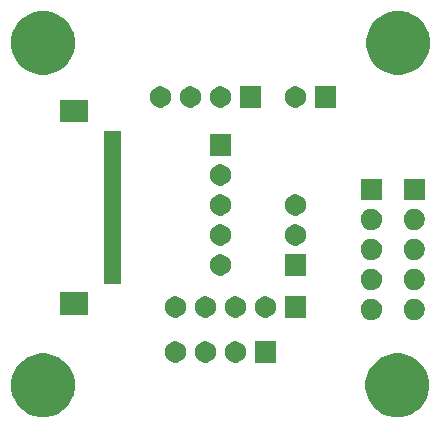
<source format=gbr>
G04 #@! TF.GenerationSoftware,KiCad,Pcbnew,5.1.5*
G04 #@! TF.CreationDate,2020-04-09T00:42:44+02:00*
G04 #@! TF.ProjectId,debug_control_board,64656275-675f-4636-9f6e-74726f6c5f62,rev?*
G04 #@! TF.SameCoordinates,Original*
G04 #@! TF.FileFunction,Soldermask,Top*
G04 #@! TF.FilePolarity,Negative*
%FSLAX46Y46*%
G04 Gerber Fmt 4.6, Leading zero omitted, Abs format (unit mm)*
G04 Created by KiCad (PCBNEW 5.1.5) date 2020-04-09 00:42:44*
%MOMM*%
%LPD*%
G04 APERTURE LIST*
%ADD10C,0.100000*%
G04 APERTURE END LIST*
D10*
G36*
X147087852Y-100302797D02*
G01*
X147579402Y-100506404D01*
X147579403Y-100506405D01*
X148021787Y-100801996D01*
X148398004Y-101178213D01*
X148595512Y-101473805D01*
X148693596Y-101620598D01*
X148897203Y-102112148D01*
X149001000Y-102633973D01*
X149001000Y-103166027D01*
X148897203Y-103687852D01*
X148693596Y-104179402D01*
X148693595Y-104179403D01*
X148398004Y-104621787D01*
X148021787Y-104998004D01*
X147726195Y-105195512D01*
X147579402Y-105293596D01*
X147087852Y-105497203D01*
X146566027Y-105601000D01*
X146033973Y-105601000D01*
X145512148Y-105497203D01*
X145020598Y-105293596D01*
X144873805Y-105195512D01*
X144578213Y-104998004D01*
X144201996Y-104621787D01*
X143906405Y-104179403D01*
X143906404Y-104179402D01*
X143702797Y-103687852D01*
X143599000Y-103166027D01*
X143599000Y-102633973D01*
X143702797Y-102112148D01*
X143906404Y-101620598D01*
X144004488Y-101473805D01*
X144201996Y-101178213D01*
X144578213Y-100801996D01*
X145020597Y-100506405D01*
X145020598Y-100506404D01*
X145512148Y-100302797D01*
X146033973Y-100199000D01*
X146566027Y-100199000D01*
X147087852Y-100302797D01*
G37*
G36*
X117087852Y-100302797D02*
G01*
X117579402Y-100506404D01*
X117579403Y-100506405D01*
X118021787Y-100801996D01*
X118398004Y-101178213D01*
X118595512Y-101473805D01*
X118693596Y-101620598D01*
X118897203Y-102112148D01*
X119001000Y-102633973D01*
X119001000Y-103166027D01*
X118897203Y-103687852D01*
X118693596Y-104179402D01*
X118693595Y-104179403D01*
X118398004Y-104621787D01*
X118021787Y-104998004D01*
X117726195Y-105195512D01*
X117579402Y-105293596D01*
X117087852Y-105497203D01*
X116566027Y-105601000D01*
X116033973Y-105601000D01*
X115512148Y-105497203D01*
X115020598Y-105293596D01*
X114873805Y-105195512D01*
X114578213Y-104998004D01*
X114201996Y-104621787D01*
X113906405Y-104179403D01*
X113906404Y-104179402D01*
X113702797Y-103687852D01*
X113599000Y-103166027D01*
X113599000Y-102633973D01*
X113702797Y-102112148D01*
X113906404Y-101620598D01*
X114004488Y-101473805D01*
X114201996Y-101178213D01*
X114578213Y-100801996D01*
X115020597Y-100506405D01*
X115020598Y-100506404D01*
X115512148Y-100302797D01*
X116033973Y-100199000D01*
X116566027Y-100199000D01*
X117087852Y-100302797D01*
G37*
G36*
X136029000Y-100977000D02*
G01*
X134227000Y-100977000D01*
X134227000Y-99175000D01*
X136029000Y-99175000D01*
X136029000Y-100977000D01*
G37*
G36*
X132701512Y-99179927D02*
G01*
X132850812Y-99209624D01*
X133014784Y-99277544D01*
X133162354Y-99376147D01*
X133287853Y-99501646D01*
X133386456Y-99649216D01*
X133454376Y-99813188D01*
X133489000Y-99987259D01*
X133489000Y-100164741D01*
X133454376Y-100338812D01*
X133386456Y-100502784D01*
X133287853Y-100650354D01*
X133162354Y-100775853D01*
X133014784Y-100874456D01*
X132850812Y-100942376D01*
X132701512Y-100972073D01*
X132676742Y-100977000D01*
X132499258Y-100977000D01*
X132474488Y-100972073D01*
X132325188Y-100942376D01*
X132161216Y-100874456D01*
X132013646Y-100775853D01*
X131888147Y-100650354D01*
X131789544Y-100502784D01*
X131721624Y-100338812D01*
X131687000Y-100164741D01*
X131687000Y-99987259D01*
X131721624Y-99813188D01*
X131789544Y-99649216D01*
X131888147Y-99501646D01*
X132013646Y-99376147D01*
X132161216Y-99277544D01*
X132325188Y-99209624D01*
X132474488Y-99179927D01*
X132499258Y-99175000D01*
X132676742Y-99175000D01*
X132701512Y-99179927D01*
G37*
G36*
X130161512Y-99179927D02*
G01*
X130310812Y-99209624D01*
X130474784Y-99277544D01*
X130622354Y-99376147D01*
X130747853Y-99501646D01*
X130846456Y-99649216D01*
X130914376Y-99813188D01*
X130949000Y-99987259D01*
X130949000Y-100164741D01*
X130914376Y-100338812D01*
X130846456Y-100502784D01*
X130747853Y-100650354D01*
X130622354Y-100775853D01*
X130474784Y-100874456D01*
X130310812Y-100942376D01*
X130161512Y-100972073D01*
X130136742Y-100977000D01*
X129959258Y-100977000D01*
X129934488Y-100972073D01*
X129785188Y-100942376D01*
X129621216Y-100874456D01*
X129473646Y-100775853D01*
X129348147Y-100650354D01*
X129249544Y-100502784D01*
X129181624Y-100338812D01*
X129147000Y-100164741D01*
X129147000Y-99987259D01*
X129181624Y-99813188D01*
X129249544Y-99649216D01*
X129348147Y-99501646D01*
X129473646Y-99376147D01*
X129621216Y-99277544D01*
X129785188Y-99209624D01*
X129934488Y-99179927D01*
X129959258Y-99175000D01*
X130136742Y-99175000D01*
X130161512Y-99179927D01*
G37*
G36*
X127621512Y-99179927D02*
G01*
X127770812Y-99209624D01*
X127934784Y-99277544D01*
X128082354Y-99376147D01*
X128207853Y-99501646D01*
X128306456Y-99649216D01*
X128374376Y-99813188D01*
X128409000Y-99987259D01*
X128409000Y-100164741D01*
X128374376Y-100338812D01*
X128306456Y-100502784D01*
X128207853Y-100650354D01*
X128082354Y-100775853D01*
X127934784Y-100874456D01*
X127770812Y-100942376D01*
X127621512Y-100972073D01*
X127596742Y-100977000D01*
X127419258Y-100977000D01*
X127394488Y-100972073D01*
X127245188Y-100942376D01*
X127081216Y-100874456D01*
X126933646Y-100775853D01*
X126808147Y-100650354D01*
X126709544Y-100502784D01*
X126641624Y-100338812D01*
X126607000Y-100164741D01*
X126607000Y-99987259D01*
X126641624Y-99813188D01*
X126709544Y-99649216D01*
X126808147Y-99501646D01*
X126933646Y-99376147D01*
X127081216Y-99277544D01*
X127245188Y-99209624D01*
X127394488Y-99179927D01*
X127419258Y-99175000D01*
X127596742Y-99175000D01*
X127621512Y-99179927D01*
G37*
G36*
X144206513Y-95568928D02*
G01*
X144355813Y-95598625D01*
X144519785Y-95666545D01*
X144667355Y-95765148D01*
X144792854Y-95890647D01*
X144891457Y-96038217D01*
X144959377Y-96202189D01*
X144994001Y-96376260D01*
X144994001Y-96553742D01*
X144959377Y-96727813D01*
X144891457Y-96891785D01*
X144792854Y-97039355D01*
X144667355Y-97164854D01*
X144519785Y-97263457D01*
X144355813Y-97331377D01*
X144206513Y-97361074D01*
X144181743Y-97366001D01*
X144004259Y-97366001D01*
X143979489Y-97361074D01*
X143830189Y-97331377D01*
X143666217Y-97263457D01*
X143518647Y-97164854D01*
X143393148Y-97039355D01*
X143294545Y-96891785D01*
X143226625Y-96727813D01*
X143192001Y-96553742D01*
X143192001Y-96376260D01*
X143226625Y-96202189D01*
X143294545Y-96038217D01*
X143393148Y-95890647D01*
X143518647Y-95765148D01*
X143666217Y-95666545D01*
X143830189Y-95598625D01*
X143979489Y-95568928D01*
X144004259Y-95564001D01*
X144181743Y-95564001D01*
X144206513Y-95568928D01*
G37*
G36*
X147840513Y-95568928D02*
G01*
X147989813Y-95598625D01*
X148153785Y-95666545D01*
X148301355Y-95765148D01*
X148426854Y-95890647D01*
X148525457Y-96038217D01*
X148593377Y-96202189D01*
X148628001Y-96376260D01*
X148628001Y-96553742D01*
X148593377Y-96727813D01*
X148525457Y-96891785D01*
X148426854Y-97039355D01*
X148301355Y-97164854D01*
X148153785Y-97263457D01*
X147989813Y-97331377D01*
X147840513Y-97361074D01*
X147815743Y-97366001D01*
X147638259Y-97366001D01*
X147613489Y-97361074D01*
X147464189Y-97331377D01*
X147300217Y-97263457D01*
X147152647Y-97164854D01*
X147027148Y-97039355D01*
X146928545Y-96891785D01*
X146860625Y-96727813D01*
X146826001Y-96553742D01*
X146826001Y-96376260D01*
X146860625Y-96202189D01*
X146928545Y-96038217D01*
X147027148Y-95890647D01*
X147152647Y-95765148D01*
X147300217Y-95666545D01*
X147464189Y-95598625D01*
X147613489Y-95568928D01*
X147638259Y-95564001D01*
X147815743Y-95564001D01*
X147840513Y-95568928D01*
G37*
G36*
X127621512Y-95369927D02*
G01*
X127770812Y-95399624D01*
X127934784Y-95467544D01*
X128082354Y-95566147D01*
X128207853Y-95691646D01*
X128306456Y-95839216D01*
X128374376Y-96003188D01*
X128409000Y-96177259D01*
X128409000Y-96354741D01*
X128374376Y-96528812D01*
X128306456Y-96692784D01*
X128207853Y-96840354D01*
X128082354Y-96965853D01*
X127934784Y-97064456D01*
X127770812Y-97132376D01*
X127621512Y-97162073D01*
X127596742Y-97167000D01*
X127419258Y-97167000D01*
X127394488Y-97162073D01*
X127245188Y-97132376D01*
X127081216Y-97064456D01*
X126933646Y-96965853D01*
X126808147Y-96840354D01*
X126709544Y-96692784D01*
X126641624Y-96528812D01*
X126607000Y-96354741D01*
X126607000Y-96177259D01*
X126641624Y-96003188D01*
X126709544Y-95839216D01*
X126808147Y-95691646D01*
X126933646Y-95566147D01*
X127081216Y-95467544D01*
X127245188Y-95399624D01*
X127394488Y-95369927D01*
X127419258Y-95365000D01*
X127596742Y-95365000D01*
X127621512Y-95369927D01*
G37*
G36*
X135241512Y-95369927D02*
G01*
X135390812Y-95399624D01*
X135554784Y-95467544D01*
X135702354Y-95566147D01*
X135827853Y-95691646D01*
X135926456Y-95839216D01*
X135994376Y-96003188D01*
X136029000Y-96177259D01*
X136029000Y-96354741D01*
X135994376Y-96528812D01*
X135926456Y-96692784D01*
X135827853Y-96840354D01*
X135702354Y-96965853D01*
X135554784Y-97064456D01*
X135390812Y-97132376D01*
X135241512Y-97162073D01*
X135216742Y-97167000D01*
X135039258Y-97167000D01*
X135014488Y-97162073D01*
X134865188Y-97132376D01*
X134701216Y-97064456D01*
X134553646Y-96965853D01*
X134428147Y-96840354D01*
X134329544Y-96692784D01*
X134261624Y-96528812D01*
X134227000Y-96354741D01*
X134227000Y-96177259D01*
X134261624Y-96003188D01*
X134329544Y-95839216D01*
X134428147Y-95691646D01*
X134553646Y-95566147D01*
X134701216Y-95467544D01*
X134865188Y-95399624D01*
X135014488Y-95369927D01*
X135039258Y-95365000D01*
X135216742Y-95365000D01*
X135241512Y-95369927D01*
G37*
G36*
X130161512Y-95369927D02*
G01*
X130310812Y-95399624D01*
X130474784Y-95467544D01*
X130622354Y-95566147D01*
X130747853Y-95691646D01*
X130846456Y-95839216D01*
X130914376Y-96003188D01*
X130949000Y-96177259D01*
X130949000Y-96354741D01*
X130914376Y-96528812D01*
X130846456Y-96692784D01*
X130747853Y-96840354D01*
X130622354Y-96965853D01*
X130474784Y-97064456D01*
X130310812Y-97132376D01*
X130161512Y-97162073D01*
X130136742Y-97167000D01*
X129959258Y-97167000D01*
X129934488Y-97162073D01*
X129785188Y-97132376D01*
X129621216Y-97064456D01*
X129473646Y-96965853D01*
X129348147Y-96840354D01*
X129249544Y-96692784D01*
X129181624Y-96528812D01*
X129147000Y-96354741D01*
X129147000Y-96177259D01*
X129181624Y-96003188D01*
X129249544Y-95839216D01*
X129348147Y-95691646D01*
X129473646Y-95566147D01*
X129621216Y-95467544D01*
X129785188Y-95399624D01*
X129934488Y-95369927D01*
X129959258Y-95365000D01*
X130136742Y-95365000D01*
X130161512Y-95369927D01*
G37*
G36*
X132701512Y-95369927D02*
G01*
X132850812Y-95399624D01*
X133014784Y-95467544D01*
X133162354Y-95566147D01*
X133287853Y-95691646D01*
X133386456Y-95839216D01*
X133454376Y-96003188D01*
X133489000Y-96177259D01*
X133489000Y-96354741D01*
X133454376Y-96528812D01*
X133386456Y-96692784D01*
X133287853Y-96840354D01*
X133162354Y-96965853D01*
X133014784Y-97064456D01*
X132850812Y-97132376D01*
X132701512Y-97162073D01*
X132676742Y-97167000D01*
X132499258Y-97167000D01*
X132474488Y-97162073D01*
X132325188Y-97132376D01*
X132161216Y-97064456D01*
X132013646Y-96965853D01*
X131888147Y-96840354D01*
X131789544Y-96692784D01*
X131721624Y-96528812D01*
X131687000Y-96354741D01*
X131687000Y-96177259D01*
X131721624Y-96003188D01*
X131789544Y-95839216D01*
X131888147Y-95691646D01*
X132013646Y-95566147D01*
X132161216Y-95467544D01*
X132325188Y-95399624D01*
X132474488Y-95369927D01*
X132499258Y-95365000D01*
X132676742Y-95365000D01*
X132701512Y-95369927D01*
G37*
G36*
X138569000Y-97167000D02*
G01*
X136767000Y-97167000D01*
X136767000Y-95365000D01*
X138569000Y-95365000D01*
X138569000Y-97167000D01*
G37*
G36*
X120081000Y-96941000D02*
G01*
X117779000Y-96941000D01*
X117779000Y-95039000D01*
X120081000Y-95039000D01*
X120081000Y-96941000D01*
G37*
G36*
X147840513Y-93028928D02*
G01*
X147989813Y-93058625D01*
X148153785Y-93126545D01*
X148301355Y-93225148D01*
X148426854Y-93350647D01*
X148525457Y-93498217D01*
X148593377Y-93662189D01*
X148628001Y-93836260D01*
X148628001Y-94013742D01*
X148593377Y-94187813D01*
X148525457Y-94351785D01*
X148426854Y-94499355D01*
X148301355Y-94624854D01*
X148153785Y-94723457D01*
X147989813Y-94791377D01*
X147840513Y-94821074D01*
X147815743Y-94826001D01*
X147638259Y-94826001D01*
X147613489Y-94821074D01*
X147464189Y-94791377D01*
X147300217Y-94723457D01*
X147152647Y-94624854D01*
X147027148Y-94499355D01*
X146928545Y-94351785D01*
X146860625Y-94187813D01*
X146826001Y-94013742D01*
X146826001Y-93836260D01*
X146860625Y-93662189D01*
X146928545Y-93498217D01*
X147027148Y-93350647D01*
X147152647Y-93225148D01*
X147300217Y-93126545D01*
X147464189Y-93058625D01*
X147613489Y-93028928D01*
X147638259Y-93024001D01*
X147815743Y-93024001D01*
X147840513Y-93028928D01*
G37*
G36*
X144206513Y-93028928D02*
G01*
X144355813Y-93058625D01*
X144519785Y-93126545D01*
X144667355Y-93225148D01*
X144792854Y-93350647D01*
X144891457Y-93498217D01*
X144959377Y-93662189D01*
X144994001Y-93836260D01*
X144994001Y-94013742D01*
X144959377Y-94187813D01*
X144891457Y-94351785D01*
X144792854Y-94499355D01*
X144667355Y-94624854D01*
X144519785Y-94723457D01*
X144355813Y-94791377D01*
X144206513Y-94821074D01*
X144181743Y-94826001D01*
X144004259Y-94826001D01*
X143979489Y-94821074D01*
X143830189Y-94791377D01*
X143666217Y-94723457D01*
X143518647Y-94624854D01*
X143393148Y-94499355D01*
X143294545Y-94351785D01*
X143226625Y-94187813D01*
X143192001Y-94013742D01*
X143192001Y-93836260D01*
X143226625Y-93662189D01*
X143294545Y-93498217D01*
X143393148Y-93350647D01*
X143518647Y-93225148D01*
X143666217Y-93126545D01*
X143830189Y-93058625D01*
X143979489Y-93028928D01*
X144004259Y-93024001D01*
X144181743Y-93024001D01*
X144206513Y-93028928D01*
G37*
G36*
X122881000Y-94291000D02*
G01*
X121479000Y-94291000D01*
X121479000Y-81389000D01*
X122881000Y-81389000D01*
X122881000Y-94291000D01*
G37*
G36*
X131431512Y-91813927D02*
G01*
X131580812Y-91843624D01*
X131744784Y-91911544D01*
X131892354Y-92010147D01*
X132017853Y-92135646D01*
X132116456Y-92283216D01*
X132184376Y-92447188D01*
X132219000Y-92621259D01*
X132219000Y-92798741D01*
X132184376Y-92972812D01*
X132116456Y-93136784D01*
X132017853Y-93284354D01*
X131892354Y-93409853D01*
X131744784Y-93508456D01*
X131580812Y-93576376D01*
X131431512Y-93606073D01*
X131406742Y-93611000D01*
X131229258Y-93611000D01*
X131204488Y-93606073D01*
X131055188Y-93576376D01*
X130891216Y-93508456D01*
X130743646Y-93409853D01*
X130618147Y-93284354D01*
X130519544Y-93136784D01*
X130451624Y-92972812D01*
X130417000Y-92798741D01*
X130417000Y-92621259D01*
X130451624Y-92447188D01*
X130519544Y-92283216D01*
X130618147Y-92135646D01*
X130743646Y-92010147D01*
X130891216Y-91911544D01*
X131055188Y-91843624D01*
X131204488Y-91813927D01*
X131229258Y-91809000D01*
X131406742Y-91809000D01*
X131431512Y-91813927D01*
G37*
G36*
X138569000Y-93611000D02*
G01*
X136767000Y-93611000D01*
X136767000Y-91809000D01*
X138569000Y-91809000D01*
X138569000Y-93611000D01*
G37*
G36*
X147840513Y-90488928D02*
G01*
X147989813Y-90518625D01*
X148153785Y-90586545D01*
X148301355Y-90685148D01*
X148426854Y-90810647D01*
X148525457Y-90958217D01*
X148593377Y-91122189D01*
X148628001Y-91296260D01*
X148628001Y-91473742D01*
X148593377Y-91647813D01*
X148525457Y-91811785D01*
X148426854Y-91959355D01*
X148301355Y-92084854D01*
X148153785Y-92183457D01*
X147989813Y-92251377D01*
X147840513Y-92281074D01*
X147815743Y-92286001D01*
X147638259Y-92286001D01*
X147613489Y-92281074D01*
X147464189Y-92251377D01*
X147300217Y-92183457D01*
X147152647Y-92084854D01*
X147027148Y-91959355D01*
X146928545Y-91811785D01*
X146860625Y-91647813D01*
X146826001Y-91473742D01*
X146826001Y-91296260D01*
X146860625Y-91122189D01*
X146928545Y-90958217D01*
X147027148Y-90810647D01*
X147152647Y-90685148D01*
X147300217Y-90586545D01*
X147464189Y-90518625D01*
X147613489Y-90488928D01*
X147638259Y-90484001D01*
X147815743Y-90484001D01*
X147840513Y-90488928D01*
G37*
G36*
X144206513Y-90488928D02*
G01*
X144355813Y-90518625D01*
X144519785Y-90586545D01*
X144667355Y-90685148D01*
X144792854Y-90810647D01*
X144891457Y-90958217D01*
X144959377Y-91122189D01*
X144994001Y-91296260D01*
X144994001Y-91473742D01*
X144959377Y-91647813D01*
X144891457Y-91811785D01*
X144792854Y-91959355D01*
X144667355Y-92084854D01*
X144519785Y-92183457D01*
X144355813Y-92251377D01*
X144206513Y-92281074D01*
X144181743Y-92286001D01*
X144004259Y-92286001D01*
X143979489Y-92281074D01*
X143830189Y-92251377D01*
X143666217Y-92183457D01*
X143518647Y-92084854D01*
X143393148Y-91959355D01*
X143294545Y-91811785D01*
X143226625Y-91647813D01*
X143192001Y-91473742D01*
X143192001Y-91296260D01*
X143226625Y-91122189D01*
X143294545Y-90958217D01*
X143393148Y-90810647D01*
X143518647Y-90685148D01*
X143666217Y-90586545D01*
X143830189Y-90518625D01*
X143979489Y-90488928D01*
X144004259Y-90484001D01*
X144181743Y-90484001D01*
X144206513Y-90488928D01*
G37*
G36*
X131431512Y-89273927D02*
G01*
X131580812Y-89303624D01*
X131744784Y-89371544D01*
X131892354Y-89470147D01*
X132017853Y-89595646D01*
X132116456Y-89743216D01*
X132184376Y-89907188D01*
X132219000Y-90081259D01*
X132219000Y-90258741D01*
X132184376Y-90432812D01*
X132116456Y-90596784D01*
X132017853Y-90744354D01*
X131892354Y-90869853D01*
X131744784Y-90968456D01*
X131580812Y-91036376D01*
X131431512Y-91066073D01*
X131406742Y-91071000D01*
X131229258Y-91071000D01*
X131204488Y-91066073D01*
X131055188Y-91036376D01*
X130891216Y-90968456D01*
X130743646Y-90869853D01*
X130618147Y-90744354D01*
X130519544Y-90596784D01*
X130451624Y-90432812D01*
X130417000Y-90258741D01*
X130417000Y-90081259D01*
X130451624Y-89907188D01*
X130519544Y-89743216D01*
X130618147Y-89595646D01*
X130743646Y-89470147D01*
X130891216Y-89371544D01*
X131055188Y-89303624D01*
X131204488Y-89273927D01*
X131229258Y-89269000D01*
X131406742Y-89269000D01*
X131431512Y-89273927D01*
G37*
G36*
X137781512Y-89273927D02*
G01*
X137930812Y-89303624D01*
X138094784Y-89371544D01*
X138242354Y-89470147D01*
X138367853Y-89595646D01*
X138466456Y-89743216D01*
X138534376Y-89907188D01*
X138569000Y-90081259D01*
X138569000Y-90258741D01*
X138534376Y-90432812D01*
X138466456Y-90596784D01*
X138367853Y-90744354D01*
X138242354Y-90869853D01*
X138094784Y-90968456D01*
X137930812Y-91036376D01*
X137781512Y-91066073D01*
X137756742Y-91071000D01*
X137579258Y-91071000D01*
X137554488Y-91066073D01*
X137405188Y-91036376D01*
X137241216Y-90968456D01*
X137093646Y-90869853D01*
X136968147Y-90744354D01*
X136869544Y-90596784D01*
X136801624Y-90432812D01*
X136767000Y-90258741D01*
X136767000Y-90081259D01*
X136801624Y-89907188D01*
X136869544Y-89743216D01*
X136968147Y-89595646D01*
X137093646Y-89470147D01*
X137241216Y-89371544D01*
X137405188Y-89303624D01*
X137554488Y-89273927D01*
X137579258Y-89269000D01*
X137756742Y-89269000D01*
X137781512Y-89273927D01*
G37*
G36*
X147840513Y-87948928D02*
G01*
X147989813Y-87978625D01*
X148153785Y-88046545D01*
X148301355Y-88145148D01*
X148426854Y-88270647D01*
X148525457Y-88418217D01*
X148593377Y-88582189D01*
X148628001Y-88756260D01*
X148628001Y-88933742D01*
X148593377Y-89107813D01*
X148525457Y-89271785D01*
X148426854Y-89419355D01*
X148301355Y-89544854D01*
X148153785Y-89643457D01*
X147989813Y-89711377D01*
X147840513Y-89741074D01*
X147815743Y-89746001D01*
X147638259Y-89746001D01*
X147613489Y-89741074D01*
X147464189Y-89711377D01*
X147300217Y-89643457D01*
X147152647Y-89544854D01*
X147027148Y-89419355D01*
X146928545Y-89271785D01*
X146860625Y-89107813D01*
X146826001Y-88933742D01*
X146826001Y-88756260D01*
X146860625Y-88582189D01*
X146928545Y-88418217D01*
X147027148Y-88270647D01*
X147152647Y-88145148D01*
X147300217Y-88046545D01*
X147464189Y-87978625D01*
X147613489Y-87948928D01*
X147638259Y-87944001D01*
X147815743Y-87944001D01*
X147840513Y-87948928D01*
G37*
G36*
X144206513Y-87948928D02*
G01*
X144355813Y-87978625D01*
X144519785Y-88046545D01*
X144667355Y-88145148D01*
X144792854Y-88270647D01*
X144891457Y-88418217D01*
X144959377Y-88582189D01*
X144994001Y-88756260D01*
X144994001Y-88933742D01*
X144959377Y-89107813D01*
X144891457Y-89271785D01*
X144792854Y-89419355D01*
X144667355Y-89544854D01*
X144519785Y-89643457D01*
X144355813Y-89711377D01*
X144206513Y-89741074D01*
X144181743Y-89746001D01*
X144004259Y-89746001D01*
X143979489Y-89741074D01*
X143830189Y-89711377D01*
X143666217Y-89643457D01*
X143518647Y-89544854D01*
X143393148Y-89419355D01*
X143294545Y-89271785D01*
X143226625Y-89107813D01*
X143192001Y-88933742D01*
X143192001Y-88756260D01*
X143226625Y-88582189D01*
X143294545Y-88418217D01*
X143393148Y-88270647D01*
X143518647Y-88145148D01*
X143666217Y-88046545D01*
X143830189Y-87978625D01*
X143979489Y-87948928D01*
X144004259Y-87944001D01*
X144181743Y-87944001D01*
X144206513Y-87948928D01*
G37*
G36*
X131431512Y-86733927D02*
G01*
X131580812Y-86763624D01*
X131744784Y-86831544D01*
X131892354Y-86930147D01*
X132017853Y-87055646D01*
X132116456Y-87203216D01*
X132184376Y-87367188D01*
X132219000Y-87541259D01*
X132219000Y-87718741D01*
X132184376Y-87892812D01*
X132116456Y-88056784D01*
X132017853Y-88204354D01*
X131892354Y-88329853D01*
X131744784Y-88428456D01*
X131580812Y-88496376D01*
X131431512Y-88526073D01*
X131406742Y-88531000D01*
X131229258Y-88531000D01*
X131204488Y-88526073D01*
X131055188Y-88496376D01*
X130891216Y-88428456D01*
X130743646Y-88329853D01*
X130618147Y-88204354D01*
X130519544Y-88056784D01*
X130451624Y-87892812D01*
X130417000Y-87718741D01*
X130417000Y-87541259D01*
X130451624Y-87367188D01*
X130519544Y-87203216D01*
X130618147Y-87055646D01*
X130743646Y-86930147D01*
X130891216Y-86831544D01*
X131055188Y-86763624D01*
X131204488Y-86733927D01*
X131229258Y-86729000D01*
X131406742Y-86729000D01*
X131431512Y-86733927D01*
G37*
G36*
X137781512Y-86733927D02*
G01*
X137930812Y-86763624D01*
X138094784Y-86831544D01*
X138242354Y-86930147D01*
X138367853Y-87055646D01*
X138466456Y-87203216D01*
X138534376Y-87367188D01*
X138569000Y-87541259D01*
X138569000Y-87718741D01*
X138534376Y-87892812D01*
X138466456Y-88056784D01*
X138367853Y-88204354D01*
X138242354Y-88329853D01*
X138094784Y-88428456D01*
X137930812Y-88496376D01*
X137781512Y-88526073D01*
X137756742Y-88531000D01*
X137579258Y-88531000D01*
X137554488Y-88526073D01*
X137405188Y-88496376D01*
X137241216Y-88428456D01*
X137093646Y-88329853D01*
X136968147Y-88204354D01*
X136869544Y-88056784D01*
X136801624Y-87892812D01*
X136767000Y-87718741D01*
X136767000Y-87541259D01*
X136801624Y-87367188D01*
X136869544Y-87203216D01*
X136968147Y-87055646D01*
X137093646Y-86930147D01*
X137241216Y-86831544D01*
X137405188Y-86763624D01*
X137554488Y-86733927D01*
X137579258Y-86729000D01*
X137756742Y-86729000D01*
X137781512Y-86733927D01*
G37*
G36*
X148628001Y-87206001D02*
G01*
X146826001Y-87206001D01*
X146826001Y-85404001D01*
X148628001Y-85404001D01*
X148628001Y-87206001D01*
G37*
G36*
X144994001Y-87206001D02*
G01*
X143192001Y-87206001D01*
X143192001Y-85404001D01*
X144994001Y-85404001D01*
X144994001Y-87206001D01*
G37*
G36*
X131431512Y-84193927D02*
G01*
X131580812Y-84223624D01*
X131744784Y-84291544D01*
X131892354Y-84390147D01*
X132017853Y-84515646D01*
X132116456Y-84663216D01*
X132184376Y-84827188D01*
X132219000Y-85001259D01*
X132219000Y-85178741D01*
X132184376Y-85352812D01*
X132116456Y-85516784D01*
X132017853Y-85664354D01*
X131892354Y-85789853D01*
X131744784Y-85888456D01*
X131580812Y-85956376D01*
X131431512Y-85986073D01*
X131406742Y-85991000D01*
X131229258Y-85991000D01*
X131204488Y-85986073D01*
X131055188Y-85956376D01*
X130891216Y-85888456D01*
X130743646Y-85789853D01*
X130618147Y-85664354D01*
X130519544Y-85516784D01*
X130451624Y-85352812D01*
X130417000Y-85178741D01*
X130417000Y-85001259D01*
X130451624Y-84827188D01*
X130519544Y-84663216D01*
X130618147Y-84515646D01*
X130743646Y-84390147D01*
X130891216Y-84291544D01*
X131055188Y-84223624D01*
X131204488Y-84193927D01*
X131229258Y-84189000D01*
X131406742Y-84189000D01*
X131431512Y-84193927D01*
G37*
G36*
X132219000Y-83451000D02*
G01*
X130417000Y-83451000D01*
X130417000Y-81649000D01*
X132219000Y-81649000D01*
X132219000Y-83451000D01*
G37*
G36*
X120081000Y-80641000D02*
G01*
X117779000Y-80641000D01*
X117779000Y-78739000D01*
X120081000Y-78739000D01*
X120081000Y-80641000D01*
G37*
G36*
X131431512Y-77589927D02*
G01*
X131580812Y-77619624D01*
X131744784Y-77687544D01*
X131892354Y-77786147D01*
X132017853Y-77911646D01*
X132116456Y-78059216D01*
X132184376Y-78223188D01*
X132219000Y-78397259D01*
X132219000Y-78574741D01*
X132184376Y-78748812D01*
X132116456Y-78912784D01*
X132017853Y-79060354D01*
X131892354Y-79185853D01*
X131744784Y-79284456D01*
X131580812Y-79352376D01*
X131431512Y-79382073D01*
X131406742Y-79387000D01*
X131229258Y-79387000D01*
X131204488Y-79382073D01*
X131055188Y-79352376D01*
X130891216Y-79284456D01*
X130743646Y-79185853D01*
X130618147Y-79060354D01*
X130519544Y-78912784D01*
X130451624Y-78748812D01*
X130417000Y-78574741D01*
X130417000Y-78397259D01*
X130451624Y-78223188D01*
X130519544Y-78059216D01*
X130618147Y-77911646D01*
X130743646Y-77786147D01*
X130891216Y-77687544D01*
X131055188Y-77619624D01*
X131204488Y-77589927D01*
X131229258Y-77585000D01*
X131406742Y-77585000D01*
X131431512Y-77589927D01*
G37*
G36*
X126351512Y-77589927D02*
G01*
X126500812Y-77619624D01*
X126664784Y-77687544D01*
X126812354Y-77786147D01*
X126937853Y-77911646D01*
X127036456Y-78059216D01*
X127104376Y-78223188D01*
X127139000Y-78397259D01*
X127139000Y-78574741D01*
X127104376Y-78748812D01*
X127036456Y-78912784D01*
X126937853Y-79060354D01*
X126812354Y-79185853D01*
X126664784Y-79284456D01*
X126500812Y-79352376D01*
X126351512Y-79382073D01*
X126326742Y-79387000D01*
X126149258Y-79387000D01*
X126124488Y-79382073D01*
X125975188Y-79352376D01*
X125811216Y-79284456D01*
X125663646Y-79185853D01*
X125538147Y-79060354D01*
X125439544Y-78912784D01*
X125371624Y-78748812D01*
X125337000Y-78574741D01*
X125337000Y-78397259D01*
X125371624Y-78223188D01*
X125439544Y-78059216D01*
X125538147Y-77911646D01*
X125663646Y-77786147D01*
X125811216Y-77687544D01*
X125975188Y-77619624D01*
X126124488Y-77589927D01*
X126149258Y-77585000D01*
X126326742Y-77585000D01*
X126351512Y-77589927D01*
G37*
G36*
X128891512Y-77589927D02*
G01*
X129040812Y-77619624D01*
X129204784Y-77687544D01*
X129352354Y-77786147D01*
X129477853Y-77911646D01*
X129576456Y-78059216D01*
X129644376Y-78223188D01*
X129679000Y-78397259D01*
X129679000Y-78574741D01*
X129644376Y-78748812D01*
X129576456Y-78912784D01*
X129477853Y-79060354D01*
X129352354Y-79185853D01*
X129204784Y-79284456D01*
X129040812Y-79352376D01*
X128891512Y-79382073D01*
X128866742Y-79387000D01*
X128689258Y-79387000D01*
X128664488Y-79382073D01*
X128515188Y-79352376D01*
X128351216Y-79284456D01*
X128203646Y-79185853D01*
X128078147Y-79060354D01*
X127979544Y-78912784D01*
X127911624Y-78748812D01*
X127877000Y-78574741D01*
X127877000Y-78397259D01*
X127911624Y-78223188D01*
X127979544Y-78059216D01*
X128078147Y-77911646D01*
X128203646Y-77786147D01*
X128351216Y-77687544D01*
X128515188Y-77619624D01*
X128664488Y-77589927D01*
X128689258Y-77585000D01*
X128866742Y-77585000D01*
X128891512Y-77589927D01*
G37*
G36*
X134759000Y-79387000D02*
G01*
X132957000Y-79387000D01*
X132957000Y-77585000D01*
X134759000Y-77585000D01*
X134759000Y-79387000D01*
G37*
G36*
X137781512Y-77589927D02*
G01*
X137930812Y-77619624D01*
X138094784Y-77687544D01*
X138242354Y-77786147D01*
X138367853Y-77911646D01*
X138466456Y-78059216D01*
X138534376Y-78223188D01*
X138569000Y-78397259D01*
X138569000Y-78574741D01*
X138534376Y-78748812D01*
X138466456Y-78912784D01*
X138367853Y-79060354D01*
X138242354Y-79185853D01*
X138094784Y-79284456D01*
X137930812Y-79352376D01*
X137781512Y-79382073D01*
X137756742Y-79387000D01*
X137579258Y-79387000D01*
X137554488Y-79382073D01*
X137405188Y-79352376D01*
X137241216Y-79284456D01*
X137093646Y-79185853D01*
X136968147Y-79060354D01*
X136869544Y-78912784D01*
X136801624Y-78748812D01*
X136767000Y-78574741D01*
X136767000Y-78397259D01*
X136801624Y-78223188D01*
X136869544Y-78059216D01*
X136968147Y-77911646D01*
X137093646Y-77786147D01*
X137241216Y-77687544D01*
X137405188Y-77619624D01*
X137554488Y-77589927D01*
X137579258Y-77585000D01*
X137756742Y-77585000D01*
X137781512Y-77589927D01*
G37*
G36*
X141109000Y-79387000D02*
G01*
X139307000Y-79387000D01*
X139307000Y-77585000D01*
X141109000Y-77585000D01*
X141109000Y-79387000D01*
G37*
G36*
X147162852Y-71302797D02*
G01*
X147654402Y-71506404D01*
X147654403Y-71506405D01*
X148096787Y-71801996D01*
X148473004Y-72178213D01*
X148670512Y-72473805D01*
X148768596Y-72620598D01*
X148972203Y-73112148D01*
X149076000Y-73633973D01*
X149076000Y-74166027D01*
X148972203Y-74687852D01*
X148768596Y-75179402D01*
X148768595Y-75179403D01*
X148473004Y-75621787D01*
X148096787Y-75998004D01*
X147801195Y-76195512D01*
X147654402Y-76293596D01*
X147162852Y-76497203D01*
X146641027Y-76601000D01*
X146108973Y-76601000D01*
X145587148Y-76497203D01*
X145095598Y-76293596D01*
X144948805Y-76195512D01*
X144653213Y-75998004D01*
X144276996Y-75621787D01*
X143981405Y-75179403D01*
X143981404Y-75179402D01*
X143777797Y-74687852D01*
X143674000Y-74166027D01*
X143674000Y-73633973D01*
X143777797Y-73112148D01*
X143981404Y-72620598D01*
X144079488Y-72473805D01*
X144276996Y-72178213D01*
X144653213Y-71801996D01*
X145095597Y-71506405D01*
X145095598Y-71506404D01*
X145587148Y-71302797D01*
X146108973Y-71199000D01*
X146641027Y-71199000D01*
X147162852Y-71302797D01*
G37*
G36*
X117087852Y-71302797D02*
G01*
X117579402Y-71506404D01*
X117579403Y-71506405D01*
X118021787Y-71801996D01*
X118398004Y-72178213D01*
X118595512Y-72473805D01*
X118693596Y-72620598D01*
X118897203Y-73112148D01*
X119001000Y-73633973D01*
X119001000Y-74166027D01*
X118897203Y-74687852D01*
X118693596Y-75179402D01*
X118693595Y-75179403D01*
X118398004Y-75621787D01*
X118021787Y-75998004D01*
X117726195Y-76195512D01*
X117579402Y-76293596D01*
X117087852Y-76497203D01*
X116566027Y-76601000D01*
X116033973Y-76601000D01*
X115512148Y-76497203D01*
X115020598Y-76293596D01*
X114873805Y-76195512D01*
X114578213Y-75998004D01*
X114201996Y-75621787D01*
X113906405Y-75179403D01*
X113906404Y-75179402D01*
X113702797Y-74687852D01*
X113599000Y-74166027D01*
X113599000Y-73633973D01*
X113702797Y-73112148D01*
X113906404Y-72620598D01*
X114004488Y-72473805D01*
X114201996Y-72178213D01*
X114578213Y-71801996D01*
X115020597Y-71506405D01*
X115020598Y-71506404D01*
X115512148Y-71302797D01*
X116033973Y-71199000D01*
X116566027Y-71199000D01*
X117087852Y-71302797D01*
G37*
M02*

</source>
